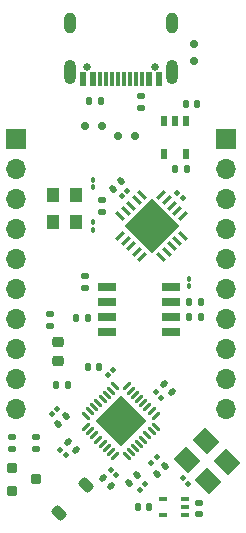
<source format=gbr>
%TF.GenerationSoftware,KiCad,Pcbnew,7.0.6*%
%TF.CreationDate,2023-07-23T20:03:58-07:00*%
%TF.ProjectId,iCEGenius,69434547-656e-4697-9573-2e6b69636164,rev?*%
%TF.SameCoordinates,Original*%
%TF.FileFunction,Soldermask,Top*%
%TF.FilePolarity,Negative*%
%FSLAX46Y46*%
G04 Gerber Fmt 4.6, Leading zero omitted, Abs format (unit mm)*
G04 Created by KiCad (PCBNEW 7.0.6) date 2023-07-23 20:03:58*
%MOMM*%
%LPD*%
G01*
G04 APERTURE LIST*
G04 Aperture macros list*
%AMRoundRect*
0 Rectangle with rounded corners*
0 $1 Rounding radius*
0 $2 $3 $4 $5 $6 $7 $8 $9 X,Y pos of 4 corners*
0 Add a 4 corners polygon primitive as box body*
4,1,4,$2,$3,$4,$5,$6,$7,$8,$9,$2,$3,0*
0 Add four circle primitives for the rounded corners*
1,1,$1+$1,$2,$3*
1,1,$1+$1,$4,$5*
1,1,$1+$1,$6,$7*
1,1,$1+$1,$8,$9*
0 Add four rect primitives between the rounded corners*
20,1,$1+$1,$2,$3,$4,$5,0*
20,1,$1+$1,$4,$5,$6,$7,0*
20,1,$1+$1,$6,$7,$8,$9,0*
20,1,$1+$1,$8,$9,$2,$3,0*%
%AMRotRect*
0 Rectangle, with rotation*
0 The origin of the aperture is its center*
0 $1 length*
0 $2 width*
0 $3 Rotation angle, in degrees counterclockwise*
0 Add horizontal line*
21,1,$1,$2,0,0,$3*%
G04 Aperture macros list end*
%ADD10R,1.700000X1.700000*%
%ADD11O,1.700000X1.700000*%
%ADD12RoundRect,0.135000X-0.185000X0.135000X-0.185000X-0.135000X0.185000X-0.135000X0.185000X0.135000X0*%
%ADD13RoundRect,0.218750X-0.256250X0.218750X-0.256250X-0.218750X0.256250X-0.218750X0.256250X0.218750X0*%
%ADD14RoundRect,0.140000X-0.021213X0.219203X-0.219203X0.021213X0.021213X-0.219203X0.219203X-0.021213X0*%
%ADD15RoundRect,0.150000X-0.150000X-0.200000X0.150000X-0.200000X0.150000X0.200000X-0.150000X0.200000X0*%
%ADD16RoundRect,0.062500X0.220971X0.309359X-0.309359X-0.220971X-0.220971X-0.309359X0.309359X0.220971X0*%
%ADD17RoundRect,0.062500X-0.220971X0.309359X-0.309359X0.220971X0.220971X-0.309359X0.309359X-0.220971X0*%
%ADD18RotRect,3.100000X3.100000X225.000000*%
%ADD19R,1.100000X1.300000*%
%ADD20RotRect,0.350000X0.850000X135.000000*%
%ADD21RotRect,0.350000X0.850000X45.000000*%
%ADD22RotRect,3.350000X3.350000X45.000000*%
%ADD23RoundRect,0.100000X0.021213X0.162635X-0.162635X-0.021213X-0.021213X-0.162635X0.162635X0.021213X0*%
%ADD24RoundRect,0.200000X-0.250000X-0.200000X0.250000X-0.200000X0.250000X0.200000X-0.250000X0.200000X0*%
%ADD25R,0.650000X0.400000*%
%ADD26RoundRect,0.135000X0.135000X0.185000X-0.135000X0.185000X-0.135000X-0.185000X0.135000X-0.185000X0*%
%ADD27RoundRect,0.135000X-0.135000X-0.185000X0.135000X-0.185000X0.135000X0.185000X-0.135000X0.185000X0*%
%ADD28R,1.525000X0.700000*%
%ADD29RoundRect,0.100000X-0.021213X-0.162635X0.162635X0.021213X0.021213X0.162635X-0.162635X-0.021213X0*%
%ADD30RoundRect,0.140000X-0.219203X-0.021213X-0.021213X-0.219203X0.219203X0.021213X0.021213X0.219203X0*%
%ADD31RoundRect,0.100000X-0.100000X0.130000X-0.100000X-0.130000X0.100000X-0.130000X0.100000X0.130000X0*%
%ADD32RoundRect,0.100000X-0.162635X0.021213X0.021213X-0.162635X0.162635X-0.021213X-0.021213X0.162635X0*%
%ADD33R,0.600000X0.900000*%
%ADD34RoundRect,0.135000X0.185000X-0.135000X0.185000X0.135000X-0.185000X0.135000X-0.185000X-0.135000X0*%
%ADD35RoundRect,0.150000X0.150000X0.200000X-0.150000X0.200000X-0.150000X-0.200000X0.150000X-0.200000X0*%
%ADD36RoundRect,0.140000X0.021213X-0.219203X0.219203X-0.021213X-0.021213X0.219203X-0.219203X0.021213X0*%
%ADD37RoundRect,0.140000X0.140000X0.170000X-0.140000X0.170000X-0.140000X-0.170000X0.140000X-0.170000X0*%
%ADD38RoundRect,0.100000X0.162635X-0.021213X-0.021213X0.162635X-0.162635X0.021213X0.021213X-0.162635X0*%
%ADD39RoundRect,0.100000X0.100000X-0.130000X0.100000X0.130000X-0.100000X0.130000X-0.100000X-0.130000X0*%
%ADD40RoundRect,0.140000X0.170000X-0.140000X0.170000X0.140000X-0.170000X0.140000X-0.170000X-0.140000X0*%
%ADD41RoundRect,0.150000X0.200000X-0.150000X0.200000X0.150000X-0.200000X0.150000X-0.200000X-0.150000X0*%
%ADD42C,0.650000*%
%ADD43R,0.600000X1.150000*%
%ADD44R,0.300000X1.150000*%
%ADD45O,1.000000X2.100000*%
%ADD46O,1.000000X1.800000*%
%ADD47RotRect,1.500000X1.700000X225.000000*%
%ADD48RoundRect,0.140000X-0.140000X-0.170000X0.140000X-0.170000X0.140000X0.170000X-0.140000X0.170000X0*%
%ADD49RoundRect,0.225000X-0.106066X0.424264X-0.424264X0.106066X0.106066X-0.424264X0.424264X-0.106066X0*%
G04 APERTURE END LIST*
D10*
%TO.C,J3*%
X164915000Y-88530000D03*
D11*
X164915000Y-91070000D03*
X164915000Y-93610000D03*
X164915000Y-96150000D03*
X164915000Y-98690000D03*
X164915000Y-101230000D03*
X164915000Y-103770000D03*
X164915000Y-106310000D03*
X164915000Y-108850000D03*
X164915000Y-111390000D03*
%TD*%
D12*
%TO.C,R1*%
X157700000Y-84890000D03*
X157700000Y-85910000D03*
%TD*%
D13*
%TO.C,D5*%
X150700000Y-105712500D03*
X150700000Y-107287500D03*
%TD*%
D14*
%TO.C,C14*%
X157339411Y-116960589D03*
X156660589Y-117639411D03*
%TD*%
D15*
%TO.C,D2*%
X157200000Y-88300000D03*
X155800000Y-88300000D03*
%TD*%
D12*
%TO.C,R10*%
X150000000Y-103377500D03*
X150000000Y-104397500D03*
%TD*%
D16*
%TO.C,U4*%
X158961010Y-111952854D03*
X158607456Y-111599301D03*
X158253903Y-111245747D03*
X157900349Y-110892194D03*
X157546796Y-110538641D03*
X157193243Y-110185087D03*
X156839689Y-109831534D03*
X156486136Y-109477980D03*
D17*
X155513864Y-109477980D03*
X155160311Y-109831534D03*
X154806757Y-110185087D03*
X154453204Y-110538641D03*
X154099651Y-110892194D03*
X153746097Y-111245747D03*
X153392544Y-111599301D03*
X153038990Y-111952854D03*
D16*
X153038990Y-112925126D03*
X153392544Y-113278679D03*
X153746097Y-113632233D03*
X154099651Y-113985786D03*
X154453204Y-114339339D03*
X154806757Y-114692893D03*
X155160311Y-115046446D03*
X155513864Y-115400000D03*
D17*
X156486136Y-115400000D03*
X156839689Y-115046446D03*
X157193243Y-114692893D03*
X157546796Y-114339339D03*
X157900349Y-113985786D03*
X158253903Y-113632233D03*
X158607456Y-113278679D03*
X158961010Y-112925126D03*
D18*
X156000000Y-112438990D03*
%TD*%
D14*
%TO.C,C18*%
X159705096Y-116229117D03*
X159026274Y-116907939D03*
%TD*%
D19*
%TO.C,Y1*%
X152175000Y-95550000D03*
X152175000Y-93250000D03*
X150275000Y-93250000D03*
X150275000Y-95550000D03*
%TD*%
D20*
%TO.C,IC1*%
X155948350Y-96713173D03*
X156407969Y-97172792D03*
X156867588Y-97632412D03*
X157327208Y-98092031D03*
X157786827Y-98551650D03*
D21*
X159413173Y-98551650D03*
X159872792Y-98092031D03*
X160332412Y-97632412D03*
X160792031Y-97172792D03*
X161251650Y-96713173D03*
D20*
X161251650Y-95086827D03*
X160792031Y-94627208D03*
X160332412Y-94167588D03*
X159872792Y-93707969D03*
X159413173Y-93248350D03*
D21*
X157786827Y-93248350D03*
X157327208Y-93707969D03*
X156867588Y-94167588D03*
X156407969Y-94627208D03*
X155948350Y-95086827D03*
D22*
X158600000Y-95900000D03*
%TD*%
D23*
%TO.C,C15*%
X158085409Y-117756084D03*
X157632861Y-118208632D03*
%TD*%
D24*
%TO.C,Q1*%
X146800000Y-116400000D03*
X146800000Y-118300000D03*
X148800000Y-117350000D03*
%TD*%
D25*
%TO.C,U2*%
X161450000Y-120350000D03*
X161450000Y-119700000D03*
X161450000Y-119050000D03*
X159550000Y-119050000D03*
X159550000Y-120350000D03*
%TD*%
D26*
%TO.C,R4*%
X162810000Y-102300000D03*
X161790000Y-102300000D03*
%TD*%
D27*
%TO.C,R6*%
X161790000Y-103600000D03*
X162810000Y-103600000D03*
%TD*%
D26*
%TO.C,R2*%
X154310000Y-85300000D03*
X153290000Y-85300000D03*
%TD*%
D28*
%TO.C,U3*%
X154788000Y-101095000D03*
X154788000Y-102365000D03*
X154788000Y-103635000D03*
X154788000Y-104905000D03*
X160212000Y-104905000D03*
X160212000Y-103635000D03*
X160212000Y-102365000D03*
X160212000Y-101095000D03*
%TD*%
D29*
%TO.C,C25*%
X154873726Y-108526274D03*
X155326274Y-108073726D03*
%TD*%
D30*
%TO.C,C16*%
X151560589Y-114160589D03*
X152239411Y-114839411D03*
%TD*%
D14*
%TO.C,C24*%
X151339411Y-111960589D03*
X150660589Y-112639411D03*
%TD*%
D26*
%TO.C,R8*%
X151519999Y-109400000D03*
X150499999Y-109400000D03*
%TD*%
D31*
%TO.C,C8*%
X153600000Y-95580000D03*
X153600000Y-96220000D03*
%TD*%
D32*
%TO.C,C9*%
X160773726Y-93073726D03*
X161226274Y-93526274D03*
%TD*%
D33*
%TO.C,U1*%
X161550000Y-87000000D03*
X160600000Y-87000000D03*
X159650000Y-87000000D03*
X159650000Y-89800000D03*
X161550000Y-89800000D03*
%TD*%
D34*
%TO.C,R9*%
X148800000Y-114810000D03*
X148800000Y-113790000D03*
%TD*%
D29*
%TO.C,C6*%
X156099516Y-93385409D03*
X156552064Y-92932861D03*
%TD*%
D32*
%TO.C,C13*%
X155153554Y-116539340D03*
X155606102Y-116991888D03*
%TD*%
D23*
%TO.C,C23*%
X150626274Y-111373726D03*
X150173726Y-111826274D03*
%TD*%
D35*
%TO.C,D4*%
X153000000Y-87400000D03*
X154400000Y-87400000D03*
%TD*%
D30*
%TO.C,C12*%
X154460589Y-117260589D03*
X155139411Y-117939411D03*
%TD*%
D32*
%TO.C,C21*%
X158973726Y-109973726D03*
X159426274Y-110426274D03*
%TD*%
D36*
%TO.C,C5*%
X155360589Y-92739411D03*
X156039411Y-92060589D03*
%TD*%
D37*
%TO.C,C22*%
X154160000Y-107800000D03*
X153200000Y-107800000D03*
%TD*%
D38*
%TO.C,C11*%
X161726274Y-117726274D03*
X161273726Y-117273726D03*
%TD*%
D39*
%TO.C,C7*%
X153600000Y-92620000D03*
X153600000Y-91980000D03*
%TD*%
D27*
%TO.C,R5*%
X152190000Y-103700000D03*
X153210000Y-103700000D03*
%TD*%
D40*
%TO.C,C3*%
X162600000Y-120300000D03*
X162600000Y-119340000D03*
%TD*%
D10*
%TO.C,J2*%
X147115000Y-88550000D03*
D11*
X147115000Y-91090000D03*
X147115000Y-93630000D03*
X147115000Y-96170000D03*
X147115000Y-98710000D03*
X147115000Y-101250000D03*
X147115000Y-103790000D03*
X147115000Y-106330000D03*
X147115000Y-108870000D03*
X147115000Y-111410000D03*
%TD*%
D41*
%TO.C,D3*%
X162200000Y-80500000D03*
X162200000Y-81900000D03*
%TD*%
D39*
%TO.C,C10*%
X161800000Y-101020000D03*
X161800000Y-100380000D03*
%TD*%
D37*
%TO.C,C2*%
X161580000Y-91100000D03*
X160620000Y-91100000D03*
%TD*%
D42*
%TO.C,J1*%
X158900000Y-82400000D03*
X153120000Y-82400000D03*
D43*
X159210000Y-83475000D03*
X158410000Y-83475000D03*
D44*
X157260000Y-83475000D03*
X156260000Y-83475000D03*
X155760000Y-83475000D03*
X154760000Y-83475000D03*
D43*
X153610000Y-83475000D03*
X152810000Y-83475000D03*
X152810000Y-83475000D03*
X153610000Y-83475000D03*
D44*
X154260000Y-83475000D03*
X155260000Y-83475000D03*
X156760000Y-83475000D03*
X157760000Y-83475000D03*
D43*
X158410000Y-83475000D03*
X159210000Y-83475000D03*
D45*
X160330000Y-82900000D03*
D46*
X160330000Y-78720000D03*
D45*
X151690000Y-82900000D03*
D46*
X151690000Y-78720000D03*
%TD*%
D32*
%TO.C,C17*%
X150873726Y-114873726D03*
X151326274Y-115326274D03*
%TD*%
D47*
%TO.C,Y2*%
X164975843Y-115920208D03*
X163179792Y-114124157D03*
X161624157Y-115679792D03*
X163420208Y-117475843D03*
%TD*%
D48*
%TO.C,C1*%
X161520000Y-85600000D03*
X162480000Y-85600000D03*
%TD*%
D34*
%TO.C,R7*%
X153000000Y-101110000D03*
X153000000Y-100090000D03*
%TD*%
%TO.C,R11*%
X146800000Y-114760000D03*
X146800000Y-113740000D03*
%TD*%
D49*
%TO.C,D1*%
X153066726Y-117833274D03*
X150733274Y-120166726D03*
%TD*%
D37*
%TO.C,C4*%
X158380000Y-119700000D03*
X157420000Y-119700000D03*
%TD*%
D30*
%TO.C,C20*%
X159660589Y-109260589D03*
X160339411Y-109939411D03*
%TD*%
D34*
%TO.C,R3*%
X154400000Y-94710000D03*
X154400000Y-93690000D03*
%TD*%
D23*
%TO.C,C19*%
X159026274Y-115493726D03*
X158573726Y-115946274D03*
%TD*%
M02*

</source>
